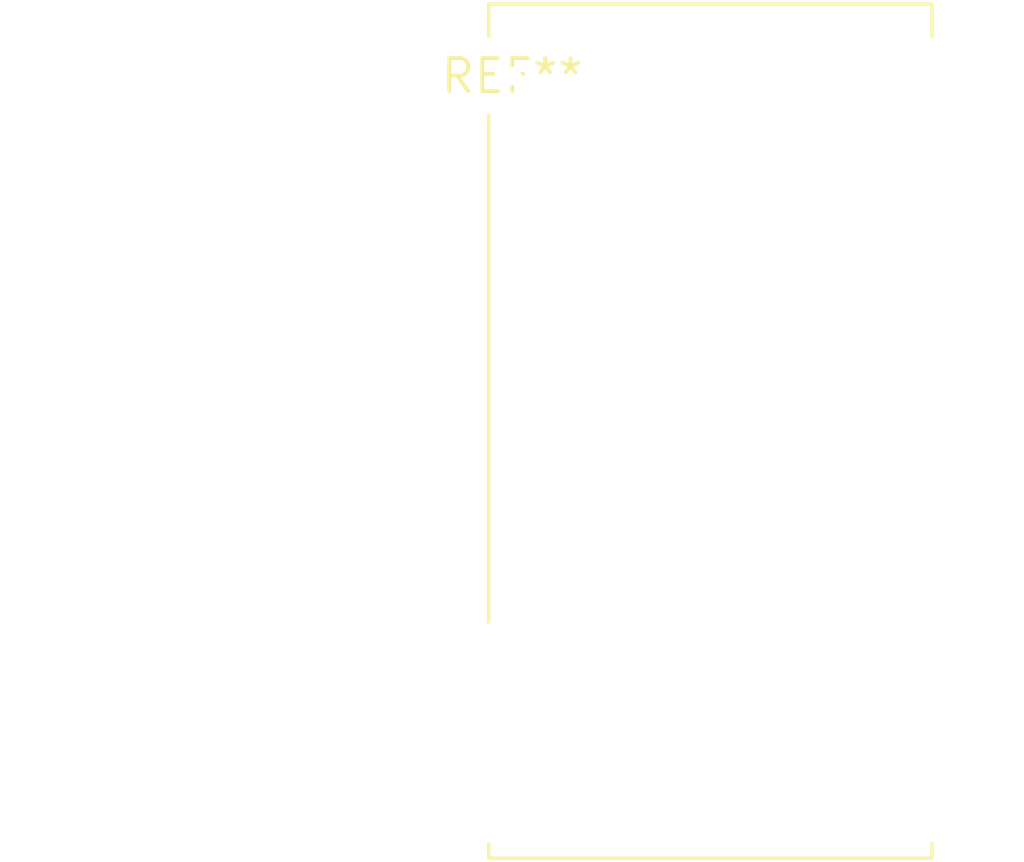
<source format=kicad_pcb>
(kicad_pcb (version 20240108) (generator pcbnew)
  (layers (0 "F.Cu" signal) (31 "B.Cu" signal) (34 "B.Paste" user) (35 "F.Paste" user) (36 "B.SilkS" user "B.Silkscreen") (37 "F.SilkS" user "F.Silkscreen") (38 "B.Mask" user) (39 "F.Mask" user) (44 "Edge.Cuts" user))
  (net 0 "")
  (footprint "Converter_DCDC_Bothhand_CFUDxxxx_THT" (layer "F.Cu") (at 0 0)
    (property "Reference" "REF**")
    (property "Value" "Converter_DCDC_Bothhand_CFUDxxxx_THT")
    (fp_line (start -0.9 -2.77) (end 16.14 -2.77) (layer "F.SilkS") (stroke (width 0.12)))
    (fp_line (start -0.9 -1.5) (end -0.9 -2.77) (layer "F.SilkS") (stroke (width 0.12)))
    (fp_line (start -0.9 1.5) (end -0.9 21) (layer "F.SilkS") (stroke (width 0.12)))
    (fp_line (start -0.9 29.5) (end -0.9 30.07) (layer "F.SilkS") (stroke (width 0.12)))
    (fp_line (start -0.9 30.07) (end 16.14 30.07) (layer "F.SilkS") (stroke (width 0.12)))
    (fp_line (start 16.14 -2.77) (end 16.14 -1.5) (layer "F.SilkS") (stroke (width 0.12)))
    (fp_line (start 16.14 30.07) (end 16.14 29.5) (layer "F.SilkS") (stroke (width 0.12)))
    (pad "1" thru_hole rect (at 0 0) (size 2.5 1.5) (drill 0.7) (layers *.Cu *.Mask) (remove_unused_layers))
    (pad "10" thru_hole oval (at 0 22.86) (size 2.5 1.5) (drill 0.7) (layers *.Cu *.Mask) (remove_unused_layers))
    (pad "11" thru_hole oval (at 0 25.4) (size 2.5 1.5) (drill 0.7) (layers *.Cu *.Mask) (remove_unused_layers))
    (pad "12" thru_hole oval (at 0 27.94) (size 2.5 1.5) (drill 0.7) (layers *.Cu *.Mask) (remove_unused_layers))
    (pad "13" thru_hole oval (at 15.24 27.94) (size 2.5 1.5) (drill 0.7) (layers *.Cu *.Mask) (remove_unused_layers))
    (pad "14" thru_hole oval (at 15.24 25.4) (size 2.5 1.5) (drill 0.7) (layers *.Cu *.Mask) (remove_unused_layers))
    (pad "15" thru_hole oval (at 15.24 22.86) (size 2.5 1.5) (drill 0.7) (layers *.Cu *.Mask) (remove_unused_layers))
    (pad "17" thru_hole oval (at 15.26 17.78) (size 2.5 1.5) (drill 0.7) (layers *.Cu *.Mask) (remove_unused_layers))
    (pad "19" thru_hole oval (at 15.42 12.7) (size 2.5 1.5) (drill 0.7) (layers *.Cu *.Mask) (remove_unused_layers))
    (pad "24" thru_hole oval (at 15.24 0) (size 2.5 1.5) (drill 0.7) (layers *.Cu *.Mask) (remove_unused_layers))
  )
)
</source>
